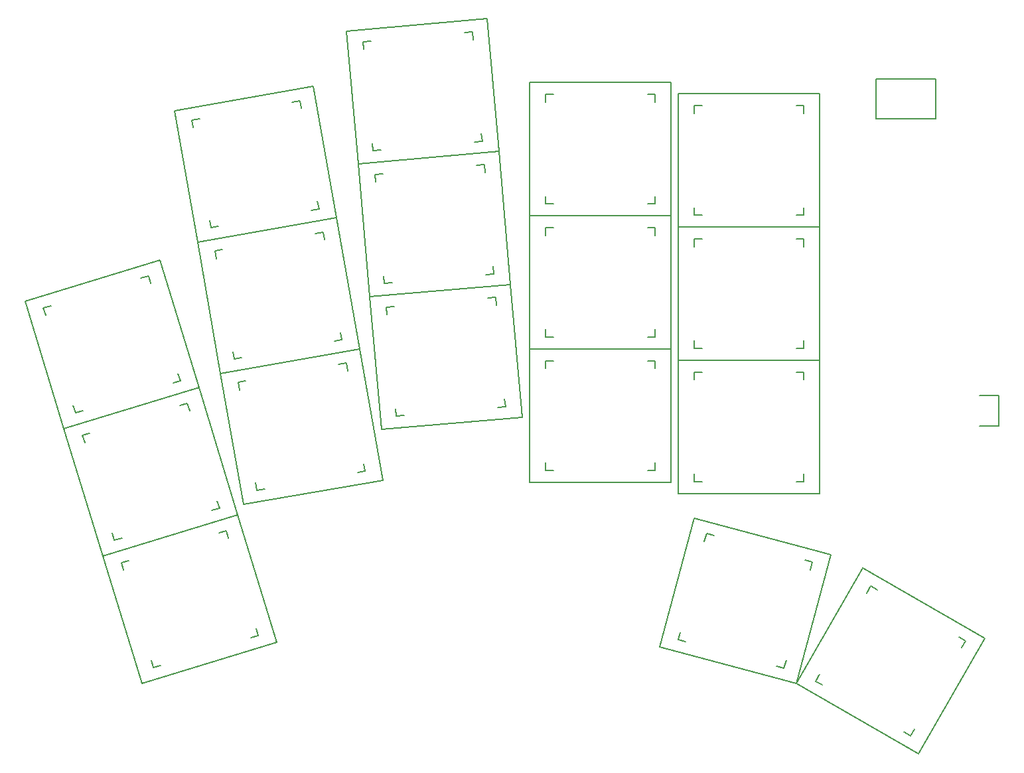
<source format=gbr>
%TF.GenerationSoftware,KiCad,Pcbnew,(6.0.4-0)*%
%TF.CreationDate,2022-04-27T10:40:14+02:00*%
%TF.ProjectId,ducks,6475636b-732e-46b6-9963-61645f706362,v1.0.0*%
%TF.SameCoordinates,Original*%
%TF.FileFunction,OtherDrawing,Comment*%
%FSLAX46Y46*%
G04 Gerber Fmt 4.6, Leading zero omitted, Abs format (unit mm)*
G04 Created by KiCad (PCBNEW (6.0.4-0)) date 2022-04-27 10:40:14*
%MOMM*%
%LPD*%
G01*
G04 APERTURE LIST*
%ADD10C,0.150000*%
G04 APERTURE END LIST*
D10*
%TO.C,T1*%
X166261087Y71366483D02*
X163761087Y71366483D01*
X163761087Y75266483D02*
X166261087Y75266483D01*
X166261087Y75266483D02*
X166261087Y71366483D01*
%TO.C,S11*%
X63451567Y109438376D02*
X63277918Y110423184D01*
X77065227Y112854259D02*
X77238875Y111869451D01*
X79322653Y100051758D02*
X79496302Y99066950D01*
X78511494Y98893302D02*
X79496302Y99066950D01*
X65708993Y96635875D02*
X66693801Y96809524D01*
X81726389Y97937035D02*
X63999850Y94811368D01*
X64262726Y110596832D02*
X63277918Y110423184D01*
X77065227Y112854259D02*
X76080419Y112680610D01*
X78774370Y114678766D02*
X81726389Y97937035D01*
X61047831Y111553099D02*
X78774370Y114678766D01*
X63999850Y94811368D02*
X61047831Y111553099D01*
X65708993Y96635875D02*
X65535345Y97620683D01*
%TO.C,S34*%
X161990823Y43922391D02*
X161490823Y43056365D01*
X148884416Y53221429D02*
X164472874Y44221429D01*
X164472874Y44221429D02*
X155972874Y29498997D01*
X142866467Y38798035D02*
X143732493Y38298035D01*
X149366467Y50056365D02*
X149866467Y50922391D01*
X140384416Y38498997D02*
X148884416Y53221429D01*
X161990823Y43922391D02*
X161124797Y44422391D01*
X155972874Y29498997D02*
X140384416Y38498997D01*
X154124797Y32298035D02*
X154990823Y31798035D01*
X155490823Y32664061D02*
X154990823Y31798035D01*
X142866467Y38798035D02*
X143366467Y39664061D01*
X150732493Y50422391D02*
X149866467Y50922391D01*
%TO.C,S15*%
X103928219Y89430914D02*
X85996715Y87862110D01*
X84515067Y104797420D02*
X102446571Y106366224D01*
X100584916Y104697620D02*
X100672071Y103701425D01*
X100584916Y104697620D02*
X99588721Y104610464D01*
X85996715Y87862110D02*
X84515067Y104797420D01*
X100808901Y90663739D02*
X101805096Y90750894D01*
X102446571Y106366224D02*
X103928219Y89430914D01*
X101717940Y91747089D02*
X101805096Y90750894D01*
X87858370Y89530714D02*
X87771215Y90526909D01*
X87858370Y89530714D02*
X88854565Y89617870D01*
X86725346Y102481245D02*
X86638190Y103477440D01*
X87634385Y103564595D02*
X86638190Y103477440D01*
%TO.C,S21*%
X124411087Y81186017D02*
X106411087Y81186017D01*
X109411087Y96686017D02*
X108411087Y96686017D01*
X122411087Y83686017D02*
X122411087Y82686017D01*
X124411087Y98186017D02*
X124411087Y81186017D01*
X106411087Y81186017D02*
X106411087Y98186017D01*
X122411087Y96686017D02*
X122411087Y95686017D01*
X121411087Y82686017D02*
X122411087Y82686017D01*
X108411087Y95686017D02*
X108411087Y96686017D01*
X122411087Y96686017D02*
X121411087Y96686017D01*
X108411087Y82686017D02*
X108411087Y83686017D01*
X108411087Y82686017D02*
X109411087Y82686017D01*
X106411087Y98186017D02*
X124411087Y98186017D01*
%TO.C,S8*%
X70166764Y77113368D02*
X69181956Y76939720D01*
X87630427Y64453571D02*
X69903888Y61327904D01*
X82969265Y79370795D02*
X83142913Y78385987D01*
X69903888Y61327904D02*
X66951869Y78069635D01*
X84415532Y65409838D02*
X85400340Y65583486D01*
X85226691Y66568294D02*
X85400340Y65583486D01*
X84678408Y81195302D02*
X87630427Y64453571D01*
X66951869Y78069635D02*
X84678408Y81195302D01*
X69355605Y75954912D02*
X69181956Y76939720D01*
X82969265Y79370795D02*
X81984457Y79197146D01*
X71613031Y63152411D02*
X72597839Y63326060D01*
X71613031Y63152411D02*
X71439383Y64137219D01*
%TO.C,S14*%
X89340018Y72595404D02*
X89252863Y73591599D01*
X105409867Y72495604D02*
X87478363Y70926800D01*
X103928219Y89430914D02*
X105409867Y72495604D01*
X85996715Y87862110D02*
X103928219Y89430914D01*
X89116033Y86629285D02*
X88119838Y86542130D01*
X102066564Y87762310D02*
X101070369Y87675154D01*
X87478363Y70926800D02*
X85996715Y87862110D01*
X88206994Y85545935D02*
X88119838Y86542130D01*
X89340018Y72595404D02*
X90336213Y72682560D01*
X102066564Y87762310D02*
X102153719Y86766115D01*
X102290549Y73728429D02*
X103286744Y73815584D01*
X103199588Y74811779D02*
X103286744Y73815584D01*
%TO.C,S20*%
X108411087Y78686017D02*
X108411087Y79686017D01*
X122411087Y66686017D02*
X122411087Y65686017D01*
X106411087Y64186017D02*
X106411087Y81186017D01*
X106411087Y81186017D02*
X124411087Y81186017D01*
X109411087Y79686017D02*
X108411087Y79686017D01*
X122411087Y79686017D02*
X122411087Y78686017D01*
X122411087Y79686017D02*
X121411087Y79686017D01*
X121411087Y65686017D02*
X122411087Y65686017D01*
X124411087Y81186017D02*
X124411087Y64186017D01*
X124411087Y64186017D02*
X106411087Y64186017D01*
X108411087Y65686017D02*
X108411087Y66686017D01*
X108411087Y65686017D02*
X109411087Y65686017D01*
%TO.C,S28*%
X141377759Y95246289D02*
X140377759Y95246289D01*
X140377759Y81246289D02*
X141377759Y81246289D01*
X128377759Y95246289D02*
X127377759Y95246289D01*
X127377759Y94246289D02*
X127377759Y95246289D01*
X143377759Y79746289D02*
X125377759Y79746289D01*
X143377759Y96746289D02*
X143377759Y79746289D01*
X141377759Y95246289D02*
X141377759Y94246289D01*
X141377759Y82246289D02*
X141377759Y81246289D01*
X125377759Y96746289D02*
X143377759Y96746289D01*
X125377759Y79746289D02*
X125377759Y96746289D01*
X127377759Y81246289D02*
X128377759Y81246289D01*
X127377759Y81246289D02*
X127377759Y82246289D01*
%TO.C,S26*%
X141377759Y78246289D02*
X141377759Y77246289D01*
X125377759Y79746289D02*
X143377759Y79746289D01*
X125377759Y62746289D02*
X125377759Y79746289D01*
X140377759Y64246289D02*
X141377759Y64246289D01*
X128377759Y78246289D02*
X127377759Y78246289D01*
X127377759Y77246289D02*
X127377759Y78246289D01*
X141377759Y65246289D02*
X141377759Y64246289D01*
X143377759Y62746289D02*
X125377759Y62746289D01*
X143377759Y79746289D02*
X143377759Y62746289D01*
X127377759Y64246289D02*
X127377759Y65246289D01*
X141377759Y78246289D02*
X140377759Y78246289D01*
X127377759Y64246289D02*
X128377759Y64246289D01*
%TO.C,S29*%
X143377759Y96746289D02*
X125377759Y96746289D01*
X125377759Y113746289D02*
X143377759Y113746289D01*
X140377759Y98246289D02*
X141377759Y98246289D01*
X127377759Y98246289D02*
X128377759Y98246289D01*
X127377759Y111246289D02*
X127377759Y112246289D01*
X141377759Y112246289D02*
X140377759Y112246289D01*
X125377759Y96746289D02*
X125377759Y113746289D01*
X141377759Y112246289D02*
X141377759Y111246289D01*
X141377759Y99246289D02*
X141377759Y98246289D01*
X127377759Y98246289D02*
X127377759Y99246289D01*
X143377759Y113746289D02*
X143377759Y96746289D01*
X128377759Y112246289D02*
X127377759Y112246289D01*
%TO.C,S33*%
X154124797Y32298035D02*
X154990823Y31798035D01*
X161990823Y43922391D02*
X161490823Y43056365D01*
X142866467Y38798035D02*
X143366467Y39664061D01*
X149366467Y50056365D02*
X149866467Y50922391D01*
X140384416Y38498997D02*
X148884416Y53221429D01*
X155490823Y32664061D02*
X154990823Y31798035D01*
X161990823Y43922391D02*
X161124797Y44422391D01*
X148884416Y53221429D02*
X164472874Y44221429D01*
X164472874Y44221429D02*
X155972874Y29498997D01*
X150732493Y50422391D02*
X149866467Y50922391D01*
X142866467Y38798035D02*
X143732493Y38298035D01*
X155972874Y29498997D02*
X140384416Y38498997D01*
%TO.C,S7*%
X84415532Y65409838D02*
X85400340Y65583486D01*
X71613031Y63152411D02*
X72597839Y63326060D01*
X66951869Y78069635D02*
X84678408Y81195302D01*
X70166764Y77113368D02*
X69181956Y76939720D01*
X69903888Y61327904D02*
X66951869Y78069635D01*
X82969265Y79370795D02*
X83142913Y78385987D01*
X87630427Y64453571D02*
X69903888Y61327904D01*
X82969265Y79370795D02*
X81984457Y79197146D01*
X85226691Y66568294D02*
X85400340Y65583486D01*
X84678408Y81195302D02*
X87630427Y64453571D01*
X71613031Y63152411D02*
X71439383Y64137219D01*
X69355605Y75954912D02*
X69181956Y76939720D01*
%TO.C,S2*%
X58382150Y40516446D02*
X59338454Y40808817D01*
X58382150Y40516446D02*
X58089778Y41472751D01*
X56908098Y38497245D02*
X51937779Y54754426D01*
X55245251Y54197084D02*
X54288946Y53904712D01*
X51937779Y54754426D02*
X69151264Y60017117D01*
X54581317Y52948408D02*
X54288946Y53904712D01*
X71478045Y45565954D02*
X71770416Y44609650D01*
X67677212Y57997916D02*
X67969584Y57041611D01*
X69151264Y60017117D02*
X74121583Y43759936D01*
X70814111Y44317278D02*
X71770416Y44609650D01*
X67677212Y57997916D02*
X66720908Y57705545D01*
X74121583Y43759936D02*
X56908098Y38497245D01*
%TO.C,T2*%
X166261087Y71366483D02*
X163761087Y71366483D01*
X166261087Y75266483D02*
X166261087Y71366483D01*
X163761087Y75266483D02*
X166261087Y75266483D01*
%TO.C,S1*%
X69151264Y60017117D02*
X74121583Y43759936D01*
X51937779Y54754426D02*
X69151264Y60017117D01*
X54581317Y52948408D02*
X54288946Y53904712D01*
X56908098Y38497245D02*
X51937779Y54754426D01*
X58382150Y40516446D02*
X59338454Y40808817D01*
X58382150Y40516446D02*
X58089778Y41472751D01*
X67677212Y57997916D02*
X66720908Y57705545D01*
X74121583Y43759936D02*
X56908098Y38497245D01*
X67677212Y57997916D02*
X67969584Y57041611D01*
X71478045Y45565954D02*
X71770416Y44609650D01*
X70814111Y44317278D02*
X71770416Y44609650D01*
X55245251Y54197084D02*
X54288946Y53904712D01*
%TO.C,S5*%
X61537407Y78080316D02*
X61829778Y77124012D01*
X60873473Y76831640D02*
X61829778Y77124012D01*
X45304613Y86711446D02*
X44348308Y86419074D01*
X41997141Y87268788D02*
X59210626Y92531479D01*
X44640679Y85462770D02*
X44348308Y86419074D01*
X48441512Y73030808D02*
X49397816Y73323179D01*
X57736574Y90512278D02*
X58028946Y89555973D01*
X59210626Y92531479D02*
X64180945Y76274298D01*
X64180945Y76274298D02*
X46967460Y71011607D01*
X46967460Y71011607D02*
X41997141Y87268788D01*
X48441512Y73030808D02*
X48149140Y73987113D01*
X57736574Y90512278D02*
X56780270Y90219907D01*
%TO.C,S27*%
X125377759Y79746289D02*
X125377759Y96746289D01*
X125377759Y96746289D02*
X143377759Y96746289D01*
X143377759Y96746289D02*
X143377759Y79746289D01*
X127377759Y94246289D02*
X127377759Y95246289D01*
X141377759Y82246289D02*
X141377759Y81246289D01*
X141377759Y95246289D02*
X140377759Y95246289D01*
X128377759Y95246289D02*
X127377759Y95246289D01*
X127377759Y81246289D02*
X128377759Y81246289D01*
X127377759Y81246289D02*
X127377759Y82246289D01*
X143377759Y79746289D02*
X125377759Y79746289D01*
X140377759Y81246289D02*
X141377759Y81246289D01*
X141377759Y95246289D02*
X141377759Y94246289D01*
%TO.C,S9*%
X80017246Y96112527D02*
X80190894Y95127719D01*
X81726389Y97937034D02*
X84678408Y81195303D01*
X63999850Y94811367D02*
X81726389Y97937034D01*
X82274672Y83310026D02*
X82448321Y82325218D01*
X68661012Y79894143D02*
X69645820Y80067792D01*
X80017246Y96112527D02*
X79032438Y95938878D01*
X81463513Y82151570D02*
X82448321Y82325218D01*
X66951869Y78069636D02*
X63999850Y94811367D01*
X68661012Y79894143D02*
X68487364Y80878951D01*
X66403586Y92696644D02*
X66229937Y93681452D01*
X84678408Y81195303D02*
X66951869Y78069636D01*
X67214745Y93855100D02*
X66229937Y93681452D01*
%TO.C,S16*%
X87634385Y103564595D02*
X86638190Y103477440D01*
X100808901Y90663739D02*
X101805096Y90750894D01*
X100584916Y104697620D02*
X99588721Y104610464D01*
X100584916Y104697620D02*
X100672071Y103701425D01*
X87858370Y89530714D02*
X87771215Y90526909D01*
X86725346Y102481245D02*
X86638190Y103477440D01*
X85996715Y87862110D02*
X84515067Y104797420D01*
X102446571Y106366224D02*
X103928219Y89430914D01*
X103928219Y89430914D02*
X85996715Y87862110D01*
X101717940Y91747089D02*
X101805096Y90750894D01*
X87858370Y89530714D02*
X88854565Y89617870D01*
X84515067Y104797420D02*
X102446571Y106366224D01*
%TO.C,S30*%
X140377759Y98246289D02*
X141377759Y98246289D01*
X141377759Y99246289D02*
X141377759Y98246289D01*
X125377759Y96746289D02*
X125377759Y113746289D01*
X127377759Y98246289D02*
X128377759Y98246289D01*
X127377759Y111246289D02*
X127377759Y112246289D01*
X125377759Y113746289D02*
X143377759Y113746289D01*
X127377759Y98246289D02*
X127377759Y99246289D01*
X141377759Y112246289D02*
X141377759Y111246289D01*
X143377759Y96746289D02*
X125377759Y96746289D01*
X143377759Y113746289D02*
X143377759Y96746289D01*
X128377759Y112246289D02*
X127377759Y112246289D01*
X141377759Y112246289D02*
X140377759Y112246289D01*
%TO.C,S13*%
X89116033Y86629285D02*
X88119838Y86542130D01*
X102066564Y87762310D02*
X102153719Y86766115D01*
X103199588Y74811779D02*
X103286744Y73815584D01*
X87478363Y70926800D02*
X85996715Y87862110D01*
X103928219Y89430914D02*
X105409867Y72495604D01*
X89340018Y72595404D02*
X89252863Y73591599D01*
X105409867Y72495604D02*
X87478363Y70926800D01*
X89340018Y72595404D02*
X90336213Y72682560D01*
X88206994Y85545935D02*
X88119838Y86542130D01*
X102066564Y87762310D02*
X101070369Y87675154D01*
X102290549Y73728429D02*
X103286744Y73815584D01*
X85996715Y87862110D02*
X103928219Y89430914D01*
%TO.C,S24*%
X124411087Y115186017D02*
X124411087Y98186017D01*
X122411087Y113686017D02*
X122411087Y112686017D01*
X106411087Y98186017D02*
X106411087Y115186017D01*
X108411087Y112686017D02*
X108411087Y113686017D01*
X121411087Y99686017D02*
X122411087Y99686017D01*
X108411087Y99686017D02*
X109411087Y99686017D01*
X109411087Y113686017D02*
X108411087Y113686017D01*
X122411087Y113686017D02*
X121411087Y113686017D01*
X108411087Y99686017D02*
X108411087Y100686017D01*
X106411087Y115186017D02*
X124411087Y115186017D01*
X122411087Y100686017D02*
X122411087Y99686017D01*
X124411087Y98186017D02*
X106411087Y98186017D01*
%TO.C,S17*%
X100236293Y108682399D02*
X100323449Y107686204D01*
X84515068Y104797420D02*
X83033420Y121732730D01*
X99327254Y107599049D02*
X100323449Y107686204D01*
X86152738Y120499905D02*
X85156543Y120412750D01*
X102446572Y106366224D02*
X84515068Y104797420D01*
X86376723Y106466024D02*
X87372918Y106553180D01*
X86376723Y106466024D02*
X86289568Y107462219D01*
X100964924Y123301534D02*
X102446572Y106366224D01*
X85243699Y119416555D02*
X85156543Y120412750D01*
X99103269Y121632930D02*
X98107074Y121545774D01*
X83033420Y121732730D02*
X100964924Y123301534D01*
X99103269Y121632930D02*
X99190424Y120636735D01*
%TO.C,S4*%
X64180945Y76274298D02*
X69151264Y60017117D01*
X50274932Y70454265D02*
X49318627Y70161893D01*
X53411831Y56773627D02*
X54368135Y57065998D01*
X65843792Y60574459D02*
X66800097Y60866831D01*
X46967460Y71011607D02*
X64180945Y76274298D01*
X51937779Y54754426D02*
X46967460Y71011607D01*
X49610998Y69205589D02*
X49318627Y70161893D01*
X53411831Y56773627D02*
X53119459Y57729932D01*
X66507726Y61823135D02*
X66800097Y60866831D01*
X62706893Y74255097D02*
X62999265Y73298792D01*
X69151264Y60017117D02*
X51937779Y54754426D01*
X62706893Y74255097D02*
X61750589Y73962726D01*
%TO.C,S10*%
X84678408Y81195303D02*
X66951869Y78069636D01*
X63999850Y94811367D02*
X81726389Y97937034D01*
X82274672Y83310026D02*
X82448321Y82325218D01*
X66403586Y92696644D02*
X66229937Y93681452D01*
X67214745Y93855100D02*
X66229937Y93681452D01*
X80017246Y96112527D02*
X80190894Y95127719D01*
X81463513Y82151570D02*
X82448321Y82325218D01*
X80017246Y96112527D02*
X79032438Y95938878D01*
X81726389Y97937034D02*
X84678408Y81195303D01*
X68661012Y79894143D02*
X69645820Y80067792D01*
X68661012Y79894143D02*
X68487364Y80878951D01*
X66951869Y78069636D02*
X63999850Y94811367D01*
%TO.C,S22*%
X108411087Y82686017D02*
X109411087Y82686017D01*
X124411087Y81186017D02*
X106411087Y81186017D01*
X122411087Y96686017D02*
X121411087Y96686017D01*
X122411087Y96686017D02*
X122411087Y95686017D01*
X122411087Y83686017D02*
X122411087Y82686017D01*
X106411087Y81186017D02*
X106411087Y98186017D01*
X109411087Y96686017D02*
X108411087Y96686017D01*
X108411087Y82686017D02*
X108411087Y83686017D01*
X121411087Y82686017D02*
X122411087Y82686017D01*
X108411087Y95686017D02*
X108411087Y96686017D01*
X106411087Y98186017D02*
X124411087Y98186017D01*
X124411087Y98186017D02*
X124411087Y81186017D01*
%TO.C,S31*%
X125317832Y44088991D02*
X126283758Y43830171D01*
X137874868Y40724343D02*
X138840793Y40465524D01*
X128682479Y56646026D02*
X128941299Y57611952D01*
X142464260Y53988485D02*
X142205441Y53022560D01*
X122997752Y43157740D02*
X127397675Y59578479D01*
X140384417Y38498997D02*
X122997752Y43157740D01*
X142464260Y53988485D02*
X141498334Y54247305D01*
X139099613Y41431450D02*
X138840793Y40465524D01*
X129907224Y57353133D02*
X128941299Y57611952D01*
X144784340Y54919736D02*
X140384417Y38498997D01*
X125317832Y44088991D02*
X125576651Y45054916D01*
X127397675Y59578479D02*
X144784340Y54919736D01*
%TO.C,MCU1*%
X150601087Y110540483D02*
X150601087Y115620483D01*
X150601087Y115620483D02*
X158221087Y115620483D01*
X158221087Y115620483D02*
X158221087Y110540483D01*
X158221087Y110540483D02*
X150601087Y110540483D01*
%TO.C,S3*%
X50274932Y70454265D02*
X49318627Y70161893D01*
X62706893Y74255097D02*
X61750589Y73962726D01*
X51937779Y54754426D02*
X46967460Y71011607D01*
X53411831Y56773627D02*
X54368135Y57065998D01*
X62706893Y74255097D02*
X62999265Y73298792D01*
X46967460Y71011607D02*
X64180945Y76274298D01*
X49610998Y69205589D02*
X49318627Y70161893D01*
X65843792Y60574459D02*
X66800097Y60866831D01*
X64180945Y76274298D02*
X69151264Y60017117D01*
X53411831Y56773627D02*
X53119459Y57729932D01*
X66507726Y61823135D02*
X66800097Y60866831D01*
X69151264Y60017117D02*
X51937779Y54754426D01*
%TO.C,S32*%
X128682479Y56646026D02*
X128941299Y57611952D01*
X142464260Y53988485D02*
X141498334Y54247305D01*
X125317832Y44088991D02*
X125576651Y45054916D01*
X140384417Y38498997D02*
X122997752Y43157740D01*
X139099613Y41431450D02*
X138840793Y40465524D01*
X137874868Y40724343D02*
X138840793Y40465524D01*
X125317832Y44088991D02*
X126283758Y43830171D01*
X122997752Y43157740D02*
X127397675Y59578479D01*
X142464260Y53988485D02*
X142205441Y53022560D01*
X129907224Y57353133D02*
X128941299Y57611952D01*
X144784340Y54919736D02*
X140384417Y38498997D01*
X127397675Y59578479D02*
X144784340Y54919736D01*
%TO.C,S12*%
X63999850Y94811368D02*
X61047831Y111553099D01*
X61047831Y111553099D02*
X78774370Y114678766D01*
X63451567Y109438376D02*
X63277918Y110423184D01*
X78511494Y98893302D02*
X79496302Y99066950D01*
X77065227Y112854259D02*
X77238875Y111869451D01*
X65708993Y96635875D02*
X66693801Y96809524D01*
X79322653Y100051758D02*
X79496302Y99066950D01*
X77065227Y112854259D02*
X76080419Y112680610D01*
X78774370Y114678766D02*
X81726389Y97937035D01*
X64262726Y110596832D02*
X63277918Y110423184D01*
X65708993Y96635875D02*
X65535345Y97620683D01*
X81726389Y97937035D02*
X63999850Y94811368D01*
%TO.C,S23*%
X121411087Y99686017D02*
X122411087Y99686017D01*
X108411087Y99686017D02*
X108411087Y100686017D01*
X106411087Y115186017D02*
X124411087Y115186017D01*
X122411087Y100686017D02*
X122411087Y99686017D01*
X106411087Y98186017D02*
X106411087Y115186017D01*
X109411087Y113686017D02*
X108411087Y113686017D01*
X122411087Y113686017D02*
X122411087Y112686017D01*
X108411087Y99686017D02*
X109411087Y99686017D01*
X122411087Y113686017D02*
X121411087Y113686017D01*
X124411087Y115186017D02*
X124411087Y98186017D01*
X124411087Y98186017D02*
X106411087Y98186017D01*
X108411087Y112686017D02*
X108411087Y113686017D01*
%TO.C,S25*%
X125377759Y62746289D02*
X125377759Y79746289D01*
X127377759Y64246289D02*
X127377759Y65246289D01*
X125377759Y79746289D02*
X143377759Y79746289D01*
X143377759Y62746289D02*
X125377759Y62746289D01*
X141377759Y65246289D02*
X141377759Y64246289D01*
X141377759Y78246289D02*
X141377759Y77246289D01*
X127377759Y64246289D02*
X128377759Y64246289D01*
X141377759Y78246289D02*
X140377759Y78246289D01*
X140377759Y64246289D02*
X141377759Y64246289D01*
X143377759Y79746289D02*
X143377759Y62746289D01*
X128377759Y78246289D02*
X127377759Y78246289D01*
X127377759Y77246289D02*
X127377759Y78246289D01*
%TO.C,S6*%
X45304613Y86711446D02*
X44348308Y86419074D01*
X44640679Y85462770D02*
X44348308Y86419074D01*
X57736574Y90512278D02*
X58028946Y89555973D01*
X64180945Y76274298D02*
X46967460Y71011607D01*
X48441512Y73030808D02*
X48149140Y73987113D01*
X41997141Y87268788D02*
X59210626Y92531479D01*
X60873473Y76831640D02*
X61829778Y77124012D01*
X46967460Y71011607D02*
X41997141Y87268788D01*
X59210626Y92531479D02*
X64180945Y76274298D01*
X57736574Y90512278D02*
X56780270Y90219907D01*
X61537407Y78080316D02*
X61829778Y77124012D01*
X48441512Y73030808D02*
X49397816Y73323179D01*
%TO.C,S19*%
X108411087Y65686017D02*
X109411087Y65686017D01*
X121411087Y65686017D02*
X122411087Y65686017D01*
X108411087Y78686017D02*
X108411087Y79686017D01*
X122411087Y79686017D02*
X122411087Y78686017D01*
X124411087Y64186017D02*
X106411087Y64186017D01*
X106411087Y81186017D02*
X124411087Y81186017D01*
X108411087Y65686017D02*
X108411087Y66686017D01*
X124411087Y81186017D02*
X124411087Y64186017D01*
X122411087Y79686017D02*
X121411087Y79686017D01*
X109411087Y79686017D02*
X108411087Y79686017D01*
X122411087Y66686017D02*
X122411087Y65686017D01*
X106411087Y64186017D02*
X106411087Y81186017D01*
%TO.C,S18*%
X86376723Y106466024D02*
X87372918Y106553180D01*
X85243699Y119416555D02*
X85156543Y120412750D01*
X100964924Y123301534D02*
X102446572Y106366224D01*
X86152738Y120499905D02*
X85156543Y120412750D01*
X84515068Y104797420D02*
X83033420Y121732730D01*
X102446572Y106366224D02*
X84515068Y104797420D01*
X99327254Y107599049D02*
X100323449Y107686204D01*
X86376723Y106466024D02*
X86289568Y107462219D01*
X100236293Y108682399D02*
X100323449Y107686204D01*
X99103269Y121632930D02*
X98107074Y121545774D01*
X83033420Y121732730D02*
X100964924Y123301534D01*
X99103269Y121632930D02*
X99190424Y120636735D01*
%TD*%
M02*

</source>
